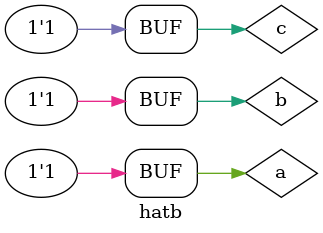
<source format=v>
`timescale 1ns / 1ps


module hatb;

	// Inputs
	reg a;
	reg b;
	reg c;

	// Outputs
	wire diff;
	wire borrow;

	// Instantiate the Unit Under Test (UUT)
	fs uut (
		.a(a), 
		.b(b), 
		.c(c), 
		.diff(diff), 
		.borrow(borrow)
	);
	initial begin
	$monitor("time=$g,a=%b,b=%b,c=%b,diff=%b,borrow=%b",$time,a,b,c,diff,borrow);
	end

	initial begin
		// Initialize Inputs
		a = 0;
		b = 0;
		c = 0;

		// Wait 100 ns for global reset to finish
		#100;a = 0;b = 0;c = 1;
      #100;a = 0;b = 1;c = 0;
		#100;a = 0;b = 1;c = 1;
      #100;a = 1;b = 0;c = 0;
      #100;a = 1;b = 0;c = 1;
      #100;a = 1;b = 1;c = 0;
      #100;a = 1;b = 1;c = 1;
		// Add stimulus here

	end
      
endmodule


</source>
